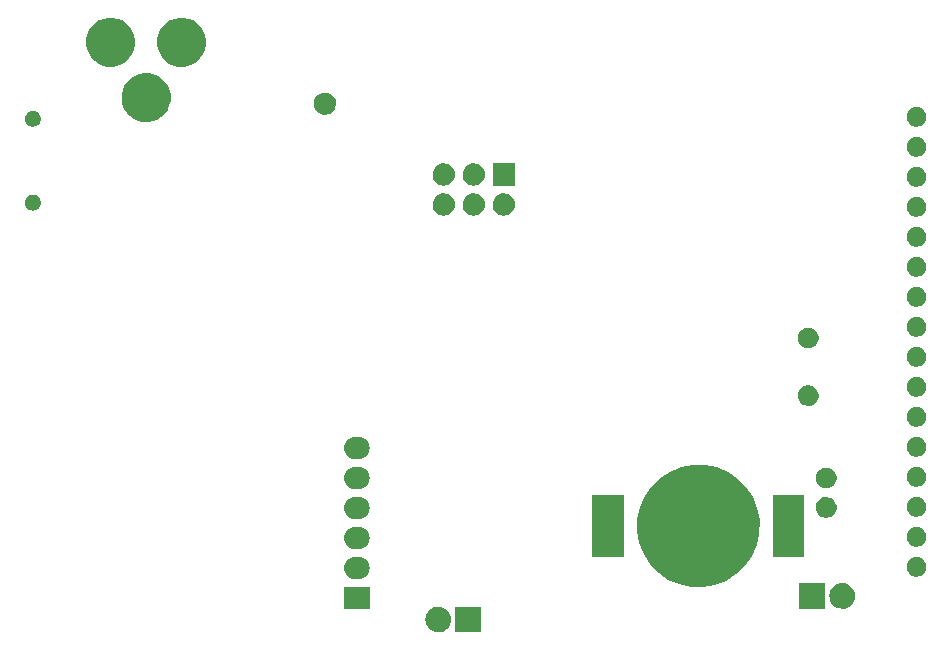
<source format=gbs>
%TF.GenerationSoftware,KiCad,Pcbnew,4.0.5-e0-6337~49~ubuntu16.04.1*%
%TF.CreationDate,2017-08-14T14:24:33-07:00*%
%TF.ProjectId,mcphail-main-board,6D63706861696C2D6D61696E2D626F61,1.0*%
%TF.FileFunction,Soldermask,Bot*%
%FSLAX46Y46*%
G04 Gerber Fmt 4.6, Leading zero omitted, Abs format (unit mm)*
G04 Created by KiCad (PCBNEW 4.0.5-e0-6337~49~ubuntu16.04.1) date Mon Aug 14 14:24:33 2017*
%MOMM*%
%LPD*%
G01*
G04 APERTURE LIST*
%ADD10C,0.350000*%
G04 APERTURE END LIST*
D10*
G36*
X59858770Y-94593917D02*
X59858775Y-94593919D01*
X59858817Y-94593923D01*
X60062445Y-94656956D01*
X60249950Y-94758340D01*
X60414193Y-94894214D01*
X60548917Y-95059401D01*
X60648989Y-95247610D01*
X60710599Y-95451672D01*
X60731400Y-95663815D01*
X60731400Y-95674385D01*
X60731294Y-95689634D01*
X60707533Y-95901466D01*
X60643080Y-96104648D01*
X60540389Y-96291442D01*
X60403372Y-96454732D01*
X60237249Y-96588299D01*
X60048345Y-96687055D01*
X59843858Y-96747239D01*
X59843817Y-96747243D01*
X59843813Y-96747244D01*
X59631577Y-96766559D01*
X59419630Y-96744283D01*
X59419625Y-96744281D01*
X59419583Y-96744277D01*
X59215955Y-96681244D01*
X59028450Y-96579860D01*
X58864207Y-96443986D01*
X58729483Y-96278799D01*
X58629411Y-96090590D01*
X58567801Y-95886528D01*
X58547000Y-95674385D01*
X58547000Y-95663815D01*
X58547106Y-95648566D01*
X58570867Y-95436734D01*
X58635320Y-95233552D01*
X58738011Y-95046758D01*
X58875028Y-94883468D01*
X59041151Y-94749901D01*
X59230055Y-94651145D01*
X59434542Y-94590961D01*
X59434583Y-94590957D01*
X59434587Y-94590956D01*
X59646823Y-94571641D01*
X59858770Y-94593917D01*
X59858770Y-94593917D01*
G37*
G36*
X63271400Y-96761300D02*
X61087000Y-96761300D01*
X61087000Y-94576900D01*
X63271400Y-94576900D01*
X63271400Y-96761300D01*
X63271400Y-96761300D01*
G37*
G36*
X53822600Y-94805500D02*
X51638200Y-94805500D01*
X51638200Y-92925900D01*
X53822600Y-92925900D01*
X53822600Y-94805500D01*
X53822600Y-94805500D01*
G37*
G36*
X94054370Y-92587717D02*
X94054375Y-92587719D01*
X94054417Y-92587723D01*
X94258045Y-92650756D01*
X94445550Y-92752140D01*
X94609793Y-92888014D01*
X94744517Y-93053201D01*
X94844589Y-93241410D01*
X94906199Y-93445472D01*
X94927000Y-93657615D01*
X94927000Y-93668185D01*
X94926894Y-93683434D01*
X94903133Y-93895266D01*
X94838680Y-94098448D01*
X94735989Y-94285242D01*
X94598972Y-94448532D01*
X94432849Y-94582099D01*
X94243945Y-94680855D01*
X94039458Y-94741039D01*
X94039417Y-94741043D01*
X94039413Y-94741044D01*
X93827177Y-94760359D01*
X93615230Y-94738083D01*
X93615225Y-94738081D01*
X93615183Y-94738077D01*
X93411555Y-94675044D01*
X93224050Y-94573660D01*
X93059807Y-94437786D01*
X92925083Y-94272599D01*
X92825011Y-94084390D01*
X92763401Y-93880328D01*
X92742600Y-93668185D01*
X92742600Y-93657615D01*
X92742706Y-93642366D01*
X92766467Y-93430534D01*
X92830920Y-93227352D01*
X92933611Y-93040558D01*
X93070628Y-92877268D01*
X93236751Y-92743701D01*
X93425655Y-92644945D01*
X93630142Y-92584761D01*
X93630183Y-92584757D01*
X93630187Y-92584756D01*
X93842423Y-92565441D01*
X94054370Y-92587717D01*
X94054370Y-92587717D01*
G37*
G36*
X92387000Y-94755100D02*
X90202600Y-94755100D01*
X90202600Y-92570700D01*
X92387000Y-92570700D01*
X92387000Y-94755100D01*
X92387000Y-94755100D01*
G37*
G36*
X82204682Y-82584246D02*
X83199047Y-82788360D01*
X84134842Y-83181732D01*
X84976401Y-83749371D01*
X85691679Y-84469659D01*
X86253428Y-85315161D01*
X86640255Y-86253672D01*
X86837354Y-87249098D01*
X86837354Y-87249103D01*
X86837422Y-87249447D01*
X86821232Y-88408889D01*
X86821155Y-88409227D01*
X86821155Y-88409236D01*
X86596338Y-89398772D01*
X86183459Y-90326112D01*
X85598318Y-91155602D01*
X84863207Y-91855639D01*
X84006126Y-92399559D01*
X83059716Y-92766647D01*
X82060037Y-92942918D01*
X81045152Y-92921659D01*
X80053725Y-92703680D01*
X79123519Y-92297283D01*
X78289970Y-91717951D01*
X77584818Y-90987745D01*
X77034926Y-90134479D01*
X76661239Y-89190654D01*
X76477995Y-88192231D01*
X76492167Y-87177224D01*
X76703220Y-86184298D01*
X77103111Y-85251281D01*
X77676614Y-84413702D01*
X78401877Y-83703471D01*
X79251283Y-83147636D01*
X80192474Y-82767370D01*
X81189595Y-82577159D01*
X82204682Y-82584246D01*
X82204682Y-82584246D01*
G37*
G36*
X52899149Y-90385977D02*
X52899154Y-90385978D01*
X52901207Y-90385992D01*
X53083480Y-90406437D01*
X53258312Y-90461897D01*
X53419041Y-90550258D01*
X53559546Y-90668156D01*
X53674476Y-90811100D01*
X53759452Y-90973645D01*
X53811239Y-91149599D01*
X53811243Y-91149640D01*
X53811244Y-91149644D01*
X53827863Y-91332258D01*
X53812623Y-91477257D01*
X53808690Y-91514673D01*
X53754452Y-91689887D01*
X53667215Y-91851229D01*
X53550300Y-91992555D01*
X53408162Y-92108479D01*
X53246215Y-92194588D01*
X53070626Y-92247602D01*
X52888085Y-92265500D01*
X52572683Y-92265500D01*
X52561651Y-92265423D01*
X52561646Y-92265422D01*
X52559593Y-92265408D01*
X52377320Y-92244963D01*
X52202488Y-92189503D01*
X52041759Y-92101142D01*
X51901254Y-91983244D01*
X51786324Y-91840300D01*
X51701348Y-91677755D01*
X51649561Y-91501801D01*
X51649557Y-91501760D01*
X51649556Y-91501756D01*
X51632937Y-91319142D01*
X51652105Y-91136774D01*
X51652110Y-91136727D01*
X51706348Y-90961513D01*
X51793585Y-90800171D01*
X51910500Y-90658845D01*
X52052638Y-90542921D01*
X52214585Y-90456812D01*
X52390174Y-90403798D01*
X52572715Y-90385900D01*
X52888117Y-90385900D01*
X52899149Y-90385977D01*
X52899149Y-90385977D01*
G37*
G36*
X100214843Y-90373757D02*
X100375858Y-90406809D01*
X100527401Y-90470511D01*
X100663673Y-90562429D01*
X100779506Y-90679072D01*
X100870468Y-90815982D01*
X100933110Y-90967963D01*
X100964968Y-91128856D01*
X100964968Y-91128866D01*
X100965036Y-91129210D01*
X100962415Y-91316963D01*
X100962337Y-91317306D01*
X100962337Y-91317309D01*
X100925997Y-91477261D01*
X100859140Y-91627425D01*
X100764384Y-91761747D01*
X100645345Y-91875108D01*
X100506553Y-91963188D01*
X100353299Y-92022631D01*
X100191419Y-92051175D01*
X100027073Y-92047732D01*
X99866528Y-92012435D01*
X99715894Y-91946624D01*
X99580918Y-91852813D01*
X99466730Y-91734568D01*
X99377683Y-91596394D01*
X99317169Y-91443553D01*
X99287497Y-91281881D01*
X99289791Y-91117516D01*
X99323969Y-90956726D01*
X99388723Y-90805640D01*
X99481594Y-90670007D01*
X99599037Y-90554998D01*
X99736586Y-90464988D01*
X99888997Y-90403410D01*
X100050462Y-90372609D01*
X100214843Y-90373757D01*
X100214843Y-90373757D01*
G37*
G36*
X90637200Y-90383200D02*
X87984800Y-90383200D01*
X87984800Y-85130800D01*
X90637200Y-85130800D01*
X90637200Y-90383200D01*
X90637200Y-90383200D01*
G37*
G36*
X75337200Y-90383200D02*
X72684800Y-90383200D01*
X72684800Y-85130800D01*
X75337200Y-85130800D01*
X75337200Y-90383200D01*
X75337200Y-90383200D01*
G37*
G36*
X52899149Y-87845977D02*
X52899154Y-87845978D01*
X52901207Y-87845992D01*
X53083480Y-87866437D01*
X53258312Y-87921897D01*
X53419041Y-88010258D01*
X53559546Y-88128156D01*
X53674476Y-88271100D01*
X53759452Y-88433645D01*
X53811239Y-88609599D01*
X53811243Y-88609640D01*
X53811244Y-88609644D01*
X53827863Y-88792258D01*
X53812623Y-88937257D01*
X53808690Y-88974673D01*
X53754452Y-89149887D01*
X53667215Y-89311229D01*
X53550300Y-89452555D01*
X53408162Y-89568479D01*
X53246215Y-89654588D01*
X53070626Y-89707602D01*
X52888085Y-89725500D01*
X52572683Y-89725500D01*
X52561651Y-89725423D01*
X52561646Y-89725422D01*
X52559593Y-89725408D01*
X52377320Y-89704963D01*
X52202488Y-89649503D01*
X52041759Y-89561142D01*
X51901254Y-89443244D01*
X51786324Y-89300300D01*
X51701348Y-89137755D01*
X51649561Y-88961801D01*
X51649557Y-88961760D01*
X51649556Y-88961756D01*
X51632937Y-88779142D01*
X51652105Y-88596774D01*
X51652110Y-88596727D01*
X51706348Y-88421513D01*
X51793585Y-88260171D01*
X51910500Y-88118845D01*
X52052638Y-88002921D01*
X52214585Y-87916812D01*
X52390174Y-87863798D01*
X52572715Y-87845900D01*
X52888117Y-87845900D01*
X52899149Y-87845977D01*
X52899149Y-87845977D01*
G37*
G36*
X100214843Y-87833757D02*
X100375858Y-87866809D01*
X100527401Y-87930511D01*
X100663673Y-88022429D01*
X100779506Y-88139072D01*
X100870468Y-88275982D01*
X100933110Y-88427963D01*
X100964968Y-88588856D01*
X100964968Y-88588866D01*
X100965036Y-88589210D01*
X100962415Y-88776963D01*
X100962337Y-88777306D01*
X100962337Y-88777309D01*
X100925997Y-88937261D01*
X100859140Y-89087425D01*
X100764384Y-89221747D01*
X100645345Y-89335108D01*
X100506553Y-89423188D01*
X100353299Y-89482631D01*
X100191419Y-89511175D01*
X100027073Y-89507732D01*
X99866528Y-89472435D01*
X99715894Y-89406624D01*
X99580918Y-89312813D01*
X99466730Y-89194568D01*
X99377683Y-89056394D01*
X99317169Y-88903553D01*
X99287497Y-88741881D01*
X99289791Y-88577516D01*
X99323969Y-88416726D01*
X99388723Y-88265640D01*
X99481594Y-88130007D01*
X99599037Y-88014998D01*
X99736586Y-87924988D01*
X99888997Y-87863410D01*
X100050462Y-87832609D01*
X100214843Y-87833757D01*
X100214843Y-87833757D01*
G37*
G36*
X52899149Y-85305977D02*
X52899154Y-85305978D01*
X52901207Y-85305992D01*
X53083480Y-85326437D01*
X53258312Y-85381897D01*
X53419041Y-85470258D01*
X53559546Y-85588156D01*
X53674476Y-85731100D01*
X53759452Y-85893645D01*
X53811239Y-86069599D01*
X53811243Y-86069640D01*
X53811244Y-86069644D01*
X53827863Y-86252258D01*
X53809719Y-86424882D01*
X53808690Y-86434673D01*
X53754452Y-86609887D01*
X53667215Y-86771229D01*
X53550300Y-86912555D01*
X53408162Y-87028479D01*
X53246215Y-87114588D01*
X53070626Y-87167602D01*
X52888085Y-87185500D01*
X52572683Y-87185500D01*
X52561651Y-87185423D01*
X52561646Y-87185422D01*
X52559593Y-87185408D01*
X52377320Y-87164963D01*
X52202488Y-87109503D01*
X52041759Y-87021142D01*
X51901254Y-86903244D01*
X51786324Y-86760300D01*
X51701348Y-86597755D01*
X51649561Y-86421801D01*
X51649557Y-86421760D01*
X51649556Y-86421756D01*
X51632937Y-86239142D01*
X51652105Y-86056774D01*
X51652110Y-86056727D01*
X51706348Y-85881513D01*
X51793585Y-85720171D01*
X51910500Y-85578845D01*
X52052638Y-85462921D01*
X52214585Y-85376812D01*
X52390174Y-85323798D01*
X52572715Y-85305900D01*
X52888117Y-85305900D01*
X52899149Y-85305977D01*
X52899149Y-85305977D01*
G37*
G36*
X92573435Y-85306582D02*
X92741750Y-85341133D01*
X92900162Y-85407723D01*
X93042616Y-85503809D01*
X93163694Y-85625735D01*
X93258781Y-85768854D01*
X93324263Y-85927724D01*
X93357569Y-86095935D01*
X93357638Y-86096284D01*
X93354897Y-86292548D01*
X93354820Y-86292886D01*
X93354820Y-86292895D01*
X93316829Y-86460113D01*
X93246940Y-86617085D01*
X93147890Y-86757498D01*
X93023453Y-86875997D01*
X92878370Y-86968070D01*
X92718169Y-87030208D01*
X92548948Y-87060047D01*
X92377151Y-87056447D01*
X92209328Y-87019550D01*
X92051866Y-86950756D01*
X91910770Y-86852692D01*
X91791405Y-86729086D01*
X91698322Y-86584649D01*
X91635064Y-86424878D01*
X91604047Y-86255876D01*
X91606445Y-86084059D01*
X91642172Y-85915980D01*
X91709862Y-85758045D01*
X91806943Y-85616263D01*
X91929711Y-85496039D01*
X92073496Y-85401950D01*
X92232816Y-85337579D01*
X92401601Y-85305383D01*
X92573435Y-85306582D01*
X92573435Y-85306582D01*
G37*
G36*
X100214843Y-85293757D02*
X100375858Y-85326809D01*
X100527401Y-85390511D01*
X100663673Y-85482429D01*
X100779506Y-85599072D01*
X100870468Y-85735982D01*
X100933110Y-85887963D01*
X100964968Y-86048856D01*
X100964968Y-86048866D01*
X100965036Y-86049210D01*
X100962415Y-86236963D01*
X100962337Y-86237306D01*
X100962337Y-86237309D01*
X100925997Y-86397261D01*
X100859140Y-86547425D01*
X100764384Y-86681747D01*
X100645345Y-86795108D01*
X100506553Y-86883188D01*
X100353299Y-86942631D01*
X100191419Y-86971175D01*
X100027073Y-86967732D01*
X99866528Y-86932435D01*
X99715894Y-86866624D01*
X99580918Y-86772813D01*
X99466730Y-86654568D01*
X99377683Y-86516394D01*
X99317169Y-86363553D01*
X99287497Y-86201881D01*
X99289791Y-86037516D01*
X99323969Y-85876726D01*
X99388723Y-85725640D01*
X99481594Y-85590007D01*
X99599037Y-85474998D01*
X99736586Y-85384988D01*
X99888997Y-85323410D01*
X100050462Y-85292609D01*
X100214843Y-85293757D01*
X100214843Y-85293757D01*
G37*
G36*
X52899149Y-82765977D02*
X52899154Y-82765978D01*
X52901207Y-82765992D01*
X53083480Y-82786437D01*
X53258312Y-82841897D01*
X53419041Y-82930258D01*
X53559546Y-83048156D01*
X53674476Y-83191100D01*
X53759452Y-83353645D01*
X53811239Y-83529599D01*
X53811243Y-83529640D01*
X53811244Y-83529644D01*
X53827863Y-83712258D01*
X53812623Y-83857257D01*
X53808690Y-83894673D01*
X53754452Y-84069887D01*
X53667215Y-84231229D01*
X53550300Y-84372555D01*
X53408162Y-84488479D01*
X53246215Y-84574588D01*
X53070626Y-84627602D01*
X52888085Y-84645500D01*
X52572683Y-84645500D01*
X52561651Y-84645423D01*
X52561646Y-84645422D01*
X52559593Y-84645408D01*
X52377320Y-84624963D01*
X52202488Y-84569503D01*
X52041759Y-84481142D01*
X51901254Y-84363244D01*
X51786324Y-84220300D01*
X51701348Y-84057755D01*
X51649561Y-83881801D01*
X51649557Y-83881760D01*
X51649556Y-83881756D01*
X51632937Y-83699142D01*
X51652105Y-83516774D01*
X51652110Y-83516727D01*
X51706348Y-83341513D01*
X51793585Y-83180171D01*
X51910500Y-83038845D01*
X52052638Y-82922921D01*
X52214585Y-82836812D01*
X52390174Y-82783798D01*
X52572715Y-82765900D01*
X52888117Y-82765900D01*
X52899149Y-82765977D01*
X52899149Y-82765977D01*
G37*
G36*
X92573435Y-82806582D02*
X92741750Y-82841133D01*
X92900162Y-82907723D01*
X93042616Y-83003809D01*
X93163694Y-83125735D01*
X93258781Y-83268854D01*
X93324263Y-83427724D01*
X93357569Y-83595935D01*
X93357638Y-83596284D01*
X93354897Y-83792548D01*
X93354820Y-83792886D01*
X93354820Y-83792895D01*
X93316829Y-83960113D01*
X93246940Y-84117085D01*
X93147890Y-84257498D01*
X93023453Y-84375997D01*
X92878370Y-84468070D01*
X92718169Y-84530208D01*
X92548948Y-84560047D01*
X92377151Y-84556447D01*
X92209328Y-84519550D01*
X92051866Y-84450756D01*
X91910770Y-84352692D01*
X91791405Y-84229086D01*
X91698322Y-84084649D01*
X91635064Y-83924878D01*
X91604047Y-83755876D01*
X91606445Y-83584059D01*
X91642172Y-83415980D01*
X91709862Y-83258045D01*
X91806943Y-83116263D01*
X91929711Y-82996039D01*
X92073496Y-82901950D01*
X92232816Y-82837579D01*
X92401601Y-82805383D01*
X92573435Y-82806582D01*
X92573435Y-82806582D01*
G37*
G36*
X100214843Y-82753757D02*
X100375858Y-82786809D01*
X100527401Y-82850511D01*
X100663673Y-82942429D01*
X100779506Y-83059072D01*
X100870468Y-83195982D01*
X100933110Y-83347963D01*
X100964968Y-83508856D01*
X100964968Y-83508866D01*
X100965036Y-83509210D01*
X100962415Y-83696963D01*
X100962337Y-83697306D01*
X100962337Y-83697309D01*
X100925997Y-83857261D01*
X100859140Y-84007425D01*
X100764384Y-84141747D01*
X100645345Y-84255108D01*
X100506553Y-84343188D01*
X100353299Y-84402631D01*
X100191419Y-84431175D01*
X100027073Y-84427732D01*
X99866528Y-84392435D01*
X99715894Y-84326624D01*
X99580918Y-84232813D01*
X99466730Y-84114568D01*
X99377683Y-83976394D01*
X99317169Y-83823553D01*
X99287497Y-83661881D01*
X99289791Y-83497516D01*
X99323969Y-83336726D01*
X99388723Y-83185640D01*
X99481594Y-83050007D01*
X99599037Y-82934998D01*
X99736586Y-82844988D01*
X99888997Y-82783410D01*
X100050462Y-82752609D01*
X100214843Y-82753757D01*
X100214843Y-82753757D01*
G37*
G36*
X52899149Y-80225977D02*
X52899154Y-80225978D01*
X52901207Y-80225992D01*
X53083480Y-80246437D01*
X53258312Y-80301897D01*
X53419041Y-80390258D01*
X53559546Y-80508156D01*
X53674476Y-80651100D01*
X53759452Y-80813645D01*
X53811239Y-80989599D01*
X53811243Y-80989640D01*
X53811244Y-80989644D01*
X53827863Y-81172258D01*
X53812623Y-81317257D01*
X53808690Y-81354673D01*
X53754452Y-81529887D01*
X53667215Y-81691229D01*
X53550300Y-81832555D01*
X53408162Y-81948479D01*
X53246215Y-82034588D01*
X53070626Y-82087602D01*
X52888085Y-82105500D01*
X52572683Y-82105500D01*
X52561651Y-82105423D01*
X52561646Y-82105422D01*
X52559593Y-82105408D01*
X52377320Y-82084963D01*
X52202488Y-82029503D01*
X52041759Y-81941142D01*
X51901254Y-81823244D01*
X51786324Y-81680300D01*
X51701348Y-81517755D01*
X51649561Y-81341801D01*
X51649557Y-81341760D01*
X51649556Y-81341756D01*
X51632937Y-81159142D01*
X51652105Y-80976774D01*
X51652110Y-80976727D01*
X51706348Y-80801513D01*
X51793585Y-80640171D01*
X51910500Y-80498845D01*
X52052638Y-80382921D01*
X52214585Y-80296812D01*
X52390174Y-80243798D01*
X52572715Y-80225900D01*
X52888117Y-80225900D01*
X52899149Y-80225977D01*
X52899149Y-80225977D01*
G37*
G36*
X100214843Y-80213757D02*
X100375858Y-80246809D01*
X100527401Y-80310511D01*
X100663673Y-80402429D01*
X100779506Y-80519072D01*
X100870468Y-80655982D01*
X100933110Y-80807963D01*
X100964968Y-80968856D01*
X100964968Y-80968866D01*
X100965036Y-80969210D01*
X100962415Y-81156963D01*
X100962337Y-81157306D01*
X100962337Y-81157309D01*
X100925997Y-81317261D01*
X100859140Y-81467425D01*
X100764384Y-81601747D01*
X100645345Y-81715108D01*
X100506553Y-81803188D01*
X100353299Y-81862631D01*
X100191419Y-81891175D01*
X100027073Y-81887732D01*
X99866528Y-81852435D01*
X99715894Y-81786624D01*
X99580918Y-81692813D01*
X99466730Y-81574568D01*
X99377683Y-81436394D01*
X99317169Y-81283553D01*
X99287497Y-81121881D01*
X99289791Y-80957516D01*
X99323969Y-80796726D01*
X99388723Y-80645640D01*
X99481594Y-80510007D01*
X99599037Y-80394998D01*
X99736586Y-80304988D01*
X99888997Y-80243410D01*
X100050462Y-80212609D01*
X100214843Y-80213757D01*
X100214843Y-80213757D01*
G37*
G36*
X100214843Y-77673757D02*
X100375858Y-77706809D01*
X100527401Y-77770511D01*
X100663673Y-77862429D01*
X100779506Y-77979072D01*
X100870468Y-78115982D01*
X100933110Y-78267963D01*
X100964968Y-78428856D01*
X100964968Y-78428866D01*
X100965036Y-78429210D01*
X100962415Y-78616963D01*
X100962337Y-78617306D01*
X100962337Y-78617309D01*
X100925997Y-78777261D01*
X100859140Y-78927425D01*
X100764384Y-79061747D01*
X100645345Y-79175108D01*
X100506553Y-79263188D01*
X100353299Y-79322631D01*
X100191419Y-79351175D01*
X100027073Y-79347732D01*
X99866528Y-79312435D01*
X99715894Y-79246624D01*
X99580918Y-79152813D01*
X99466730Y-79034568D01*
X99377683Y-78896394D01*
X99317169Y-78743553D01*
X99287497Y-78581881D01*
X99289791Y-78417516D01*
X99323969Y-78256726D01*
X99388723Y-78105640D01*
X99481594Y-77970007D01*
X99599037Y-77854998D01*
X99736586Y-77764988D01*
X99888997Y-77703410D01*
X100050462Y-77672609D01*
X100214843Y-77673757D01*
X100214843Y-77673757D01*
G37*
G36*
X91049435Y-75835582D02*
X91217750Y-75870133D01*
X91376162Y-75936723D01*
X91518616Y-76032809D01*
X91639694Y-76154735D01*
X91734781Y-76297854D01*
X91800263Y-76456724D01*
X91833569Y-76624935D01*
X91833638Y-76625284D01*
X91830897Y-76821548D01*
X91830820Y-76821886D01*
X91830820Y-76821895D01*
X91792829Y-76989113D01*
X91722940Y-77146085D01*
X91623890Y-77286498D01*
X91499453Y-77404997D01*
X91354370Y-77497070D01*
X91194169Y-77559208D01*
X91024948Y-77589047D01*
X90853151Y-77585447D01*
X90685328Y-77548550D01*
X90527866Y-77479756D01*
X90386770Y-77381692D01*
X90267405Y-77258086D01*
X90174322Y-77113649D01*
X90111064Y-76953878D01*
X90080047Y-76784876D01*
X90082445Y-76613059D01*
X90118172Y-76444980D01*
X90185862Y-76287045D01*
X90282943Y-76145263D01*
X90405711Y-76025039D01*
X90549496Y-75930950D01*
X90708816Y-75866579D01*
X90877601Y-75834383D01*
X91049435Y-75835582D01*
X91049435Y-75835582D01*
G37*
G36*
X100214843Y-75133757D02*
X100375858Y-75166809D01*
X100527401Y-75230511D01*
X100663673Y-75322429D01*
X100779506Y-75439072D01*
X100870468Y-75575982D01*
X100933110Y-75727963D01*
X100964968Y-75888856D01*
X100964968Y-75888866D01*
X100965036Y-75889210D01*
X100962415Y-76076963D01*
X100962337Y-76077306D01*
X100962337Y-76077309D01*
X100925997Y-76237261D01*
X100859140Y-76387425D01*
X100764384Y-76521747D01*
X100645345Y-76635108D01*
X100506553Y-76723188D01*
X100353299Y-76782631D01*
X100191419Y-76811175D01*
X100027073Y-76807732D01*
X99866528Y-76772435D01*
X99715894Y-76706624D01*
X99580918Y-76612813D01*
X99466730Y-76494568D01*
X99377683Y-76356394D01*
X99317169Y-76203553D01*
X99287497Y-76041881D01*
X99289791Y-75877516D01*
X99323969Y-75716726D01*
X99388723Y-75565640D01*
X99481594Y-75430007D01*
X99599037Y-75314998D01*
X99736586Y-75224988D01*
X99888997Y-75163410D01*
X100050462Y-75132609D01*
X100214843Y-75133757D01*
X100214843Y-75133757D01*
G37*
G36*
X100214843Y-72593757D02*
X100375858Y-72626809D01*
X100527401Y-72690511D01*
X100663673Y-72782429D01*
X100779506Y-72899072D01*
X100870468Y-73035982D01*
X100933110Y-73187963D01*
X100964968Y-73348856D01*
X100964968Y-73348866D01*
X100965036Y-73349210D01*
X100962415Y-73536963D01*
X100962337Y-73537306D01*
X100962337Y-73537309D01*
X100925997Y-73697261D01*
X100859140Y-73847425D01*
X100764384Y-73981747D01*
X100645345Y-74095108D01*
X100506553Y-74183188D01*
X100353299Y-74242631D01*
X100191419Y-74271175D01*
X100027073Y-74267732D01*
X99866528Y-74232435D01*
X99715894Y-74166624D01*
X99580918Y-74072813D01*
X99466730Y-73954568D01*
X99377683Y-73816394D01*
X99317169Y-73663553D01*
X99287497Y-73501881D01*
X99289791Y-73337516D01*
X99323969Y-73176726D01*
X99388723Y-73025640D01*
X99481594Y-72890007D01*
X99599037Y-72774998D01*
X99736586Y-72684988D01*
X99888997Y-72623410D01*
X100050462Y-72592609D01*
X100214843Y-72593757D01*
X100214843Y-72593757D01*
G37*
G36*
X91049435Y-70955582D02*
X91217750Y-70990133D01*
X91376162Y-71056723D01*
X91518616Y-71152809D01*
X91639694Y-71274735D01*
X91734781Y-71417854D01*
X91800263Y-71576724D01*
X91833569Y-71744935D01*
X91833638Y-71745284D01*
X91830897Y-71941548D01*
X91830820Y-71941886D01*
X91830820Y-71941895D01*
X91792829Y-72109113D01*
X91722940Y-72266085D01*
X91623890Y-72406498D01*
X91499453Y-72524997D01*
X91354370Y-72617070D01*
X91194169Y-72679208D01*
X91024948Y-72709047D01*
X90853151Y-72705447D01*
X90685328Y-72668550D01*
X90527866Y-72599756D01*
X90386770Y-72501692D01*
X90267405Y-72378086D01*
X90174322Y-72233649D01*
X90111064Y-72073878D01*
X90080047Y-71904876D01*
X90082445Y-71733059D01*
X90118172Y-71564980D01*
X90185862Y-71407045D01*
X90282943Y-71265263D01*
X90405711Y-71145039D01*
X90549496Y-71050950D01*
X90708816Y-70986579D01*
X90877601Y-70954383D01*
X91049435Y-70955582D01*
X91049435Y-70955582D01*
G37*
G36*
X100214843Y-70053757D02*
X100375858Y-70086809D01*
X100527401Y-70150511D01*
X100663673Y-70242429D01*
X100779506Y-70359072D01*
X100870468Y-70495982D01*
X100933110Y-70647963D01*
X100964968Y-70808856D01*
X100964968Y-70808866D01*
X100965036Y-70809210D01*
X100962415Y-70996963D01*
X100962337Y-70997306D01*
X100962337Y-70997309D01*
X100925997Y-71157261D01*
X100859140Y-71307425D01*
X100764384Y-71441747D01*
X100645345Y-71555108D01*
X100506553Y-71643188D01*
X100353299Y-71702631D01*
X100191419Y-71731175D01*
X100027073Y-71727732D01*
X99866528Y-71692435D01*
X99715894Y-71626624D01*
X99580918Y-71532813D01*
X99466730Y-71414568D01*
X99377683Y-71276394D01*
X99317169Y-71123553D01*
X99287497Y-70961881D01*
X99289791Y-70797516D01*
X99323969Y-70636726D01*
X99388723Y-70485640D01*
X99481594Y-70350007D01*
X99599037Y-70234998D01*
X99736586Y-70144988D01*
X99888997Y-70083410D01*
X100050462Y-70052609D01*
X100214843Y-70053757D01*
X100214843Y-70053757D01*
G37*
G36*
X100214843Y-67513757D02*
X100375858Y-67546809D01*
X100527401Y-67610511D01*
X100663673Y-67702429D01*
X100779506Y-67819072D01*
X100870468Y-67955982D01*
X100933110Y-68107963D01*
X100964968Y-68268856D01*
X100964968Y-68268866D01*
X100965036Y-68269210D01*
X100962415Y-68456963D01*
X100962337Y-68457306D01*
X100962337Y-68457309D01*
X100925997Y-68617261D01*
X100859140Y-68767425D01*
X100764384Y-68901747D01*
X100645345Y-69015108D01*
X100506553Y-69103188D01*
X100353299Y-69162631D01*
X100191419Y-69191175D01*
X100027073Y-69187732D01*
X99866528Y-69152435D01*
X99715894Y-69086624D01*
X99580918Y-68992813D01*
X99466730Y-68874568D01*
X99377683Y-68736394D01*
X99317169Y-68583553D01*
X99287497Y-68421881D01*
X99289791Y-68257516D01*
X99323969Y-68096726D01*
X99388723Y-67945640D01*
X99481594Y-67810007D01*
X99599037Y-67694998D01*
X99736586Y-67604988D01*
X99888997Y-67543410D01*
X100050462Y-67512609D01*
X100214843Y-67513757D01*
X100214843Y-67513757D01*
G37*
G36*
X100214843Y-64973757D02*
X100375858Y-65006809D01*
X100527401Y-65070511D01*
X100663673Y-65162429D01*
X100779506Y-65279072D01*
X100870468Y-65415982D01*
X100933110Y-65567963D01*
X100964968Y-65728856D01*
X100964968Y-65728866D01*
X100965036Y-65729210D01*
X100962415Y-65916963D01*
X100962337Y-65917306D01*
X100962337Y-65917309D01*
X100925997Y-66077261D01*
X100859140Y-66227425D01*
X100764384Y-66361747D01*
X100645345Y-66475108D01*
X100506553Y-66563188D01*
X100353299Y-66622631D01*
X100191419Y-66651175D01*
X100027073Y-66647732D01*
X99866528Y-66612435D01*
X99715894Y-66546624D01*
X99580918Y-66452813D01*
X99466730Y-66334568D01*
X99377683Y-66196394D01*
X99317169Y-66043553D01*
X99287497Y-65881881D01*
X99289791Y-65717516D01*
X99323969Y-65556726D01*
X99388723Y-65405640D01*
X99481594Y-65270007D01*
X99599037Y-65154998D01*
X99736586Y-65064988D01*
X99888997Y-65003410D01*
X100050462Y-64972609D01*
X100214843Y-64973757D01*
X100214843Y-64973757D01*
G37*
G36*
X100214843Y-62433757D02*
X100375858Y-62466809D01*
X100527401Y-62530511D01*
X100663673Y-62622429D01*
X100779506Y-62739072D01*
X100870468Y-62875982D01*
X100933110Y-63027963D01*
X100964968Y-63188856D01*
X100964968Y-63188866D01*
X100965036Y-63189210D01*
X100962415Y-63376963D01*
X100962337Y-63377306D01*
X100962337Y-63377309D01*
X100925997Y-63537261D01*
X100859140Y-63687425D01*
X100764384Y-63821747D01*
X100645345Y-63935108D01*
X100506553Y-64023188D01*
X100353299Y-64082631D01*
X100191419Y-64111175D01*
X100027073Y-64107732D01*
X99866528Y-64072435D01*
X99715894Y-64006624D01*
X99580918Y-63912813D01*
X99466730Y-63794568D01*
X99377683Y-63656394D01*
X99317169Y-63503553D01*
X99287497Y-63341881D01*
X99289791Y-63177516D01*
X99323969Y-63016726D01*
X99388723Y-62865640D01*
X99481594Y-62730007D01*
X99599037Y-62614998D01*
X99736586Y-62524988D01*
X99888997Y-62463410D01*
X100050462Y-62432609D01*
X100214843Y-62433757D01*
X100214843Y-62433757D01*
G37*
G36*
X100214843Y-59893757D02*
X100375858Y-59926809D01*
X100527401Y-59990511D01*
X100663673Y-60082429D01*
X100779506Y-60199072D01*
X100870468Y-60335982D01*
X100933110Y-60487963D01*
X100964968Y-60648856D01*
X100964968Y-60648866D01*
X100965036Y-60649210D01*
X100962415Y-60836963D01*
X100962337Y-60837306D01*
X100962337Y-60837309D01*
X100925997Y-60997261D01*
X100859140Y-61147425D01*
X100764384Y-61281747D01*
X100645345Y-61395108D01*
X100506553Y-61483188D01*
X100353299Y-61542631D01*
X100191419Y-61571175D01*
X100027073Y-61567732D01*
X99866528Y-61532435D01*
X99715894Y-61466624D01*
X99580918Y-61372813D01*
X99466730Y-61254568D01*
X99377683Y-61116394D01*
X99317169Y-60963553D01*
X99287497Y-60801881D01*
X99289791Y-60637516D01*
X99323969Y-60476726D01*
X99388723Y-60325640D01*
X99481594Y-60190007D01*
X99599037Y-60074998D01*
X99736586Y-59984988D01*
X99888997Y-59923410D01*
X100050462Y-59892609D01*
X100214843Y-59893757D01*
X100214843Y-59893757D01*
G37*
G36*
X62825326Y-59603042D02*
X62825331Y-59603044D01*
X62825373Y-59603048D01*
X63000587Y-59657286D01*
X63161929Y-59744523D01*
X63303255Y-59861438D01*
X63419179Y-60003576D01*
X63505288Y-60165523D01*
X63558302Y-60341112D01*
X63576200Y-60523653D01*
X63576200Y-60532780D01*
X63576123Y-60543812D01*
X63576122Y-60543817D01*
X63576108Y-60545869D01*
X63555663Y-60728142D01*
X63500203Y-60902974D01*
X63411842Y-61063703D01*
X63293944Y-61204208D01*
X63151000Y-61319138D01*
X62988455Y-61404114D01*
X62812501Y-61455901D01*
X62812465Y-61455904D01*
X62812456Y-61455907D01*
X62629842Y-61472526D01*
X62447474Y-61453358D01*
X62447469Y-61453356D01*
X62447427Y-61453352D01*
X62272213Y-61399114D01*
X62110871Y-61311877D01*
X61969545Y-61194962D01*
X61853621Y-61052824D01*
X61767512Y-60890877D01*
X61714498Y-60715288D01*
X61696600Y-60532747D01*
X61696600Y-60523620D01*
X61696677Y-60512588D01*
X61696678Y-60512583D01*
X61696692Y-60510531D01*
X61717137Y-60328258D01*
X61772597Y-60153426D01*
X61860958Y-59992697D01*
X61978856Y-59852192D01*
X62121800Y-59737262D01*
X62284345Y-59652286D01*
X62460299Y-59600499D01*
X62460335Y-59600496D01*
X62460344Y-59600493D01*
X62642958Y-59583874D01*
X62825326Y-59603042D01*
X62825326Y-59603042D01*
G37*
G36*
X60285326Y-59603042D02*
X60285331Y-59603044D01*
X60285373Y-59603048D01*
X60460587Y-59657286D01*
X60621929Y-59744523D01*
X60763255Y-59861438D01*
X60879179Y-60003576D01*
X60965288Y-60165523D01*
X61018302Y-60341112D01*
X61036200Y-60523653D01*
X61036200Y-60532780D01*
X61036123Y-60543812D01*
X61036122Y-60543817D01*
X61036108Y-60545869D01*
X61015663Y-60728142D01*
X60960203Y-60902974D01*
X60871842Y-61063703D01*
X60753944Y-61204208D01*
X60611000Y-61319138D01*
X60448455Y-61404114D01*
X60272501Y-61455901D01*
X60272465Y-61455904D01*
X60272456Y-61455907D01*
X60089842Y-61472526D01*
X59907474Y-61453358D01*
X59907469Y-61453356D01*
X59907427Y-61453352D01*
X59732213Y-61399114D01*
X59570871Y-61311877D01*
X59429545Y-61194962D01*
X59313621Y-61052824D01*
X59227512Y-60890877D01*
X59174498Y-60715288D01*
X59156600Y-60532747D01*
X59156600Y-60523620D01*
X59156677Y-60512588D01*
X59156678Y-60512583D01*
X59156692Y-60510531D01*
X59177137Y-60328258D01*
X59232597Y-60153426D01*
X59320958Y-59992697D01*
X59438856Y-59852192D01*
X59581800Y-59737262D01*
X59744345Y-59652286D01*
X59920299Y-59600499D01*
X59920335Y-59600496D01*
X59920344Y-59600493D01*
X60102958Y-59583874D01*
X60285326Y-59603042D01*
X60285326Y-59603042D01*
G37*
G36*
X65365326Y-59603042D02*
X65365331Y-59603044D01*
X65365373Y-59603048D01*
X65540587Y-59657286D01*
X65701929Y-59744523D01*
X65843255Y-59861438D01*
X65959179Y-60003576D01*
X66045288Y-60165523D01*
X66098302Y-60341112D01*
X66116200Y-60523653D01*
X66116200Y-60532780D01*
X66116123Y-60543812D01*
X66116122Y-60543817D01*
X66116108Y-60545869D01*
X66095663Y-60728142D01*
X66040203Y-60902974D01*
X65951842Y-61063703D01*
X65833944Y-61204208D01*
X65691000Y-61319138D01*
X65528455Y-61404114D01*
X65352501Y-61455901D01*
X65352465Y-61455904D01*
X65352456Y-61455907D01*
X65169842Y-61472526D01*
X64987474Y-61453358D01*
X64987469Y-61453356D01*
X64987427Y-61453352D01*
X64812213Y-61399114D01*
X64650871Y-61311877D01*
X64509545Y-61194962D01*
X64393621Y-61052824D01*
X64307512Y-60890877D01*
X64254498Y-60715288D01*
X64236600Y-60532747D01*
X64236600Y-60523620D01*
X64236677Y-60512588D01*
X64236678Y-60512583D01*
X64236692Y-60510531D01*
X64257137Y-60328258D01*
X64312597Y-60153426D01*
X64400958Y-59992697D01*
X64518856Y-59852192D01*
X64661800Y-59737262D01*
X64824345Y-59652286D01*
X65000299Y-59600499D01*
X65000335Y-59600496D01*
X65000344Y-59600493D01*
X65182958Y-59583874D01*
X65365326Y-59603042D01*
X65365326Y-59603042D01*
G37*
G36*
X25369826Y-59690366D02*
X25499720Y-59717030D01*
X25621975Y-59768421D01*
X25731913Y-59842575D01*
X25825350Y-59936667D01*
X25898739Y-60047126D01*
X25949273Y-60169730D01*
X25974960Y-60299459D01*
X25974960Y-60299474D01*
X25975027Y-60299813D01*
X25972912Y-60451278D01*
X25972836Y-60451612D01*
X25972836Y-60451625D01*
X25943534Y-60580596D01*
X25889599Y-60701737D01*
X25813157Y-60810100D01*
X25717124Y-60901551D01*
X25605158Y-60972607D01*
X25481520Y-61020563D01*
X25350929Y-61043590D01*
X25218345Y-61040812D01*
X25088829Y-61012337D01*
X24967308Y-60959245D01*
X24858419Y-60883565D01*
X24766300Y-60788174D01*
X24694463Y-60676704D01*
X24645644Y-60553402D01*
X24621707Y-60422977D01*
X24623558Y-60290379D01*
X24651130Y-60160664D01*
X24703369Y-60038779D01*
X24778291Y-59929360D01*
X24873039Y-59836576D01*
X24983997Y-59763966D01*
X25106955Y-59714288D01*
X25237213Y-59689441D01*
X25369826Y-59690366D01*
X25369826Y-59690366D01*
G37*
G36*
X100214843Y-57353757D02*
X100375858Y-57386809D01*
X100527401Y-57450511D01*
X100663673Y-57542429D01*
X100779506Y-57659072D01*
X100870468Y-57795982D01*
X100933110Y-57947963D01*
X100964968Y-58108856D01*
X100964968Y-58108866D01*
X100965036Y-58109210D01*
X100962415Y-58296963D01*
X100962337Y-58297306D01*
X100962337Y-58297309D01*
X100925997Y-58457261D01*
X100859140Y-58607425D01*
X100764384Y-58741747D01*
X100645345Y-58855108D01*
X100506553Y-58943188D01*
X100353299Y-59002631D01*
X100191419Y-59031175D01*
X100027073Y-59027732D01*
X99866528Y-58992435D01*
X99715894Y-58926624D01*
X99580918Y-58832813D01*
X99466730Y-58714568D01*
X99377683Y-58576394D01*
X99317169Y-58423553D01*
X99287497Y-58261881D01*
X99289791Y-58097516D01*
X99323969Y-57936726D01*
X99388723Y-57785640D01*
X99481594Y-57650007D01*
X99599037Y-57534998D01*
X99736586Y-57444988D01*
X99888997Y-57383410D01*
X100050462Y-57352609D01*
X100214843Y-57353757D01*
X100214843Y-57353757D01*
G37*
G36*
X60285326Y-57063042D02*
X60285331Y-57063044D01*
X60285373Y-57063048D01*
X60460587Y-57117286D01*
X60621929Y-57204523D01*
X60763255Y-57321438D01*
X60879179Y-57463576D01*
X60965288Y-57625523D01*
X61018302Y-57801112D01*
X61036200Y-57983653D01*
X61036200Y-57992780D01*
X61036123Y-58003812D01*
X61036122Y-58003817D01*
X61036108Y-58005869D01*
X61015663Y-58188142D01*
X60960203Y-58362974D01*
X60871842Y-58523703D01*
X60753944Y-58664208D01*
X60611000Y-58779138D01*
X60448455Y-58864114D01*
X60272501Y-58915901D01*
X60272465Y-58915904D01*
X60272456Y-58915907D01*
X60089842Y-58932526D01*
X59907474Y-58913358D01*
X59907469Y-58913356D01*
X59907427Y-58913352D01*
X59732213Y-58859114D01*
X59570871Y-58771877D01*
X59429545Y-58654962D01*
X59313621Y-58512824D01*
X59227512Y-58350877D01*
X59174498Y-58175288D01*
X59156600Y-57992747D01*
X59156600Y-57983620D01*
X59156677Y-57972588D01*
X59156678Y-57972583D01*
X59156692Y-57970531D01*
X59177137Y-57788258D01*
X59232597Y-57613426D01*
X59320958Y-57452697D01*
X59438856Y-57312192D01*
X59581800Y-57197262D01*
X59744345Y-57112286D01*
X59920299Y-57060499D01*
X59920335Y-57060496D01*
X59920344Y-57060493D01*
X60102958Y-57043874D01*
X60285326Y-57063042D01*
X60285326Y-57063042D01*
G37*
G36*
X62825326Y-57063042D02*
X62825331Y-57063044D01*
X62825373Y-57063048D01*
X63000587Y-57117286D01*
X63161929Y-57204523D01*
X63303255Y-57321438D01*
X63419179Y-57463576D01*
X63505288Y-57625523D01*
X63558302Y-57801112D01*
X63576200Y-57983653D01*
X63576200Y-57992780D01*
X63576123Y-58003812D01*
X63576122Y-58003817D01*
X63576108Y-58005869D01*
X63555663Y-58188142D01*
X63500203Y-58362974D01*
X63411842Y-58523703D01*
X63293944Y-58664208D01*
X63151000Y-58779138D01*
X62988455Y-58864114D01*
X62812501Y-58915901D01*
X62812465Y-58915904D01*
X62812456Y-58915907D01*
X62629842Y-58932526D01*
X62447474Y-58913358D01*
X62447469Y-58913356D01*
X62447427Y-58913352D01*
X62272213Y-58859114D01*
X62110871Y-58771877D01*
X61969545Y-58654962D01*
X61853621Y-58512824D01*
X61767512Y-58350877D01*
X61714498Y-58175288D01*
X61696600Y-57992747D01*
X61696600Y-57983620D01*
X61696677Y-57972588D01*
X61696678Y-57972583D01*
X61696692Y-57970531D01*
X61717137Y-57788258D01*
X61772597Y-57613426D01*
X61860958Y-57452697D01*
X61978856Y-57312192D01*
X62121800Y-57197262D01*
X62284345Y-57112286D01*
X62460299Y-57060499D01*
X62460335Y-57060496D01*
X62460344Y-57060493D01*
X62642958Y-57043874D01*
X62825326Y-57063042D01*
X62825326Y-57063042D01*
G37*
G36*
X66116200Y-58928000D02*
X64236600Y-58928000D01*
X64236600Y-57048400D01*
X66116200Y-57048400D01*
X66116200Y-58928000D01*
X66116200Y-58928000D01*
G37*
G36*
X100214843Y-54813757D02*
X100375858Y-54846809D01*
X100527401Y-54910511D01*
X100663673Y-55002429D01*
X100779506Y-55119072D01*
X100870468Y-55255982D01*
X100933110Y-55407963D01*
X100964968Y-55568856D01*
X100964968Y-55568866D01*
X100965036Y-55569210D01*
X100962415Y-55756963D01*
X100962337Y-55757306D01*
X100962337Y-55757309D01*
X100925997Y-55917261D01*
X100859140Y-56067425D01*
X100764384Y-56201747D01*
X100645345Y-56315108D01*
X100506553Y-56403188D01*
X100353299Y-56462631D01*
X100191419Y-56491175D01*
X100027073Y-56487732D01*
X99866528Y-56452435D01*
X99715894Y-56386624D01*
X99580918Y-56292813D01*
X99466730Y-56174568D01*
X99377683Y-56036394D01*
X99317169Y-55883553D01*
X99287497Y-55721881D01*
X99289791Y-55557516D01*
X99323969Y-55396726D01*
X99388723Y-55245640D01*
X99481594Y-55110007D01*
X99599037Y-54994998D01*
X99736586Y-54904988D01*
X99888997Y-54843410D01*
X100050462Y-54812609D01*
X100214843Y-54813757D01*
X100214843Y-54813757D01*
G37*
G36*
X100214843Y-52273757D02*
X100375858Y-52306809D01*
X100527401Y-52370511D01*
X100663673Y-52462429D01*
X100779506Y-52579072D01*
X100870468Y-52715982D01*
X100933110Y-52867963D01*
X100964968Y-53028856D01*
X100964968Y-53028866D01*
X100965036Y-53029210D01*
X100962415Y-53216963D01*
X100962337Y-53217306D01*
X100962337Y-53217309D01*
X100925997Y-53377261D01*
X100859140Y-53527425D01*
X100764384Y-53661747D01*
X100645345Y-53775108D01*
X100506553Y-53863188D01*
X100353299Y-53922631D01*
X100191419Y-53951175D01*
X100027073Y-53947732D01*
X99866528Y-53912435D01*
X99715894Y-53846624D01*
X99580918Y-53752813D01*
X99466730Y-53634568D01*
X99377683Y-53496394D01*
X99317169Y-53343553D01*
X99287497Y-53181881D01*
X99289791Y-53017516D01*
X99323969Y-52856726D01*
X99388723Y-52705640D01*
X99481594Y-52570007D01*
X99599037Y-52454998D01*
X99736586Y-52364988D01*
X99888997Y-52303410D01*
X100050462Y-52272609D01*
X100214843Y-52273757D01*
X100214843Y-52273757D01*
G37*
G36*
X25369826Y-52590366D02*
X25499720Y-52617030D01*
X25621975Y-52668421D01*
X25731913Y-52742575D01*
X25825350Y-52836667D01*
X25898739Y-52947126D01*
X25949273Y-53069730D01*
X25974960Y-53199459D01*
X25974960Y-53199474D01*
X25975027Y-53199813D01*
X25972912Y-53351278D01*
X25972836Y-53351612D01*
X25972836Y-53351625D01*
X25943534Y-53480596D01*
X25889599Y-53601737D01*
X25813157Y-53710100D01*
X25717124Y-53801551D01*
X25605158Y-53872607D01*
X25481520Y-53920563D01*
X25350929Y-53943590D01*
X25218345Y-53940812D01*
X25088829Y-53912337D01*
X24967308Y-53859245D01*
X24858419Y-53783565D01*
X24766300Y-53688174D01*
X24694463Y-53576704D01*
X24645644Y-53453402D01*
X24621707Y-53322977D01*
X24623558Y-53190379D01*
X24651130Y-53060664D01*
X24703369Y-52938779D01*
X24778291Y-52829360D01*
X24873039Y-52736576D01*
X24983997Y-52663966D01*
X25106955Y-52614288D01*
X25237213Y-52589441D01*
X25369826Y-52590366D01*
X25369826Y-52590366D01*
G37*
G36*
X35115276Y-49412580D02*
X35514116Y-49494451D01*
X35889473Y-49652236D01*
X36227026Y-49879919D01*
X36513928Y-50168830D01*
X36739247Y-50507964D01*
X36894405Y-50884406D01*
X36973422Y-51283469D01*
X36973422Y-51283479D01*
X36973489Y-51283818D01*
X36966995Y-51748876D01*
X36966919Y-51749210D01*
X36966919Y-51749223D01*
X36876790Y-52145925D01*
X36711184Y-52517884D01*
X36476479Y-52850597D01*
X36181622Y-53131386D01*
X35837843Y-53349556D01*
X35458231Y-53496797D01*
X35057257Y-53567500D01*
X34650180Y-53558972D01*
X34252512Y-53471539D01*
X33879401Y-53308531D01*
X33545063Y-53076160D01*
X33262222Y-52783270D01*
X33041658Y-52441020D01*
X32891768Y-52062444D01*
X32818269Y-51661975D01*
X32823953Y-51254849D01*
X32908608Y-50856580D01*
X33069006Y-50482343D01*
X33299041Y-50146385D01*
X33589948Y-49861508D01*
X33930650Y-49638559D01*
X34308167Y-49486032D01*
X34708116Y-49409738D01*
X35115276Y-49412580D01*
X35115276Y-49412580D01*
G37*
G36*
X50136715Y-51054624D02*
X50317248Y-51091683D01*
X50487158Y-51163106D01*
X50639949Y-51266166D01*
X50769821Y-51396946D01*
X50871810Y-51550453D01*
X50942043Y-51720851D01*
X50977772Y-51901299D01*
X50977772Y-51901304D01*
X50977840Y-51901648D01*
X50974901Y-52112158D01*
X50974824Y-52112496D01*
X50974824Y-52112506D01*
X50934070Y-52291886D01*
X50859108Y-52460252D01*
X50752868Y-52610856D01*
X50619399Y-52737957D01*
X50463784Y-52836714D01*
X50291954Y-52903362D01*
X50110452Y-52935366D01*
X49926186Y-52931506D01*
X49746179Y-52891929D01*
X49577288Y-52818143D01*
X49425950Y-52712960D01*
X49297921Y-52580382D01*
X49198081Y-52425461D01*
X49130232Y-52254093D01*
X49096963Y-52072823D01*
X49099535Y-51888536D01*
X49137856Y-51708256D01*
X49210459Y-51538857D01*
X49314587Y-51386784D01*
X49446266Y-51257833D01*
X49600487Y-51156914D01*
X49771372Y-51087872D01*
X49952409Y-51053338D01*
X50136715Y-51054624D01*
X50136715Y-51054624D01*
G37*
G36*
X32115536Y-44713580D02*
X32514376Y-44795451D01*
X32889733Y-44953236D01*
X33227286Y-45180919D01*
X33514188Y-45469830D01*
X33739507Y-45808964D01*
X33894665Y-46185406D01*
X33973682Y-46584469D01*
X33973682Y-46584479D01*
X33973749Y-46584818D01*
X33967255Y-47049876D01*
X33967179Y-47050210D01*
X33967179Y-47050223D01*
X33877050Y-47446925D01*
X33711444Y-47818884D01*
X33476739Y-48151597D01*
X33181882Y-48432386D01*
X32838103Y-48650556D01*
X32458491Y-48797797D01*
X32057517Y-48868500D01*
X31650440Y-48859972D01*
X31252772Y-48772539D01*
X30879661Y-48609531D01*
X30545323Y-48377160D01*
X30262482Y-48084270D01*
X30041918Y-47742020D01*
X29892028Y-47363444D01*
X29818529Y-46962975D01*
X29824213Y-46555849D01*
X29908868Y-46157580D01*
X30069266Y-45783343D01*
X30299301Y-45447385D01*
X30590208Y-45162508D01*
X30930910Y-44939559D01*
X31308427Y-44787032D01*
X31708376Y-44710738D01*
X32115536Y-44713580D01*
X32115536Y-44713580D01*
G37*
G36*
X38115016Y-44713580D02*
X38513856Y-44795451D01*
X38889213Y-44953236D01*
X39226766Y-45180919D01*
X39513668Y-45469830D01*
X39738987Y-45808964D01*
X39894145Y-46185406D01*
X39973162Y-46584469D01*
X39973162Y-46584479D01*
X39973229Y-46584818D01*
X39966735Y-47049876D01*
X39966659Y-47050210D01*
X39966659Y-47050223D01*
X39876530Y-47446925D01*
X39710924Y-47818884D01*
X39476219Y-48151597D01*
X39181362Y-48432386D01*
X38837583Y-48650556D01*
X38457971Y-48797797D01*
X38056997Y-48868500D01*
X37649920Y-48859972D01*
X37252252Y-48772539D01*
X36879141Y-48609531D01*
X36544803Y-48377160D01*
X36261962Y-48084270D01*
X36041398Y-47742020D01*
X35891508Y-47363444D01*
X35818009Y-46962975D01*
X35823693Y-46555849D01*
X35908348Y-46157580D01*
X36068746Y-45783343D01*
X36298781Y-45447385D01*
X36589688Y-45162508D01*
X36930390Y-44939559D01*
X37307907Y-44787032D01*
X37707856Y-44710738D01*
X38115016Y-44713580D01*
X38115016Y-44713580D01*
G37*
M02*

</source>
